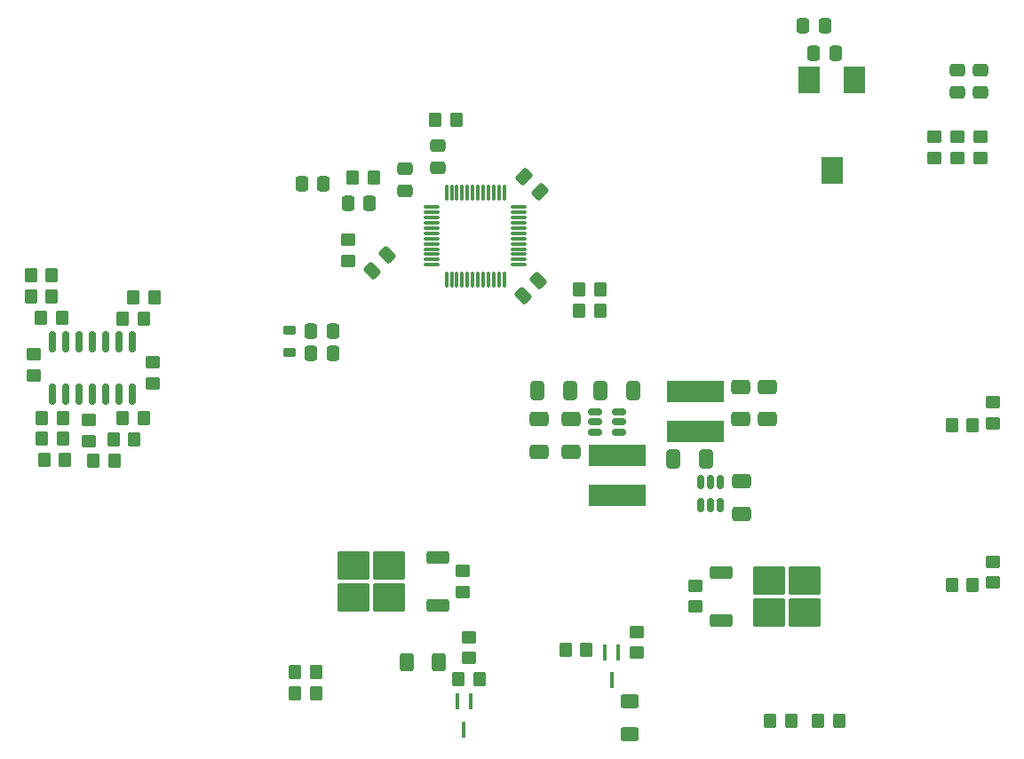
<source format=gbr>
%TF.GenerationSoftware,KiCad,Pcbnew,7.0.6*%
%TF.CreationDate,2023-08-14T13:22:57+02:00*%
%TF.ProjectId,forrasztos,666f7272-6173-47a7-946f-732e6b696361,rev?*%
%TF.SameCoordinates,Original*%
%TF.FileFunction,Paste,Top*%
%TF.FilePolarity,Positive*%
%FSLAX46Y46*%
G04 Gerber Fmt 4.6, Leading zero omitted, Abs format (unit mm)*
G04 Created by KiCad (PCBNEW 7.0.6) date 2023-08-14 13:22:57*
%MOMM*%
%LPD*%
G01*
G04 APERTURE LIST*
G04 Aperture macros list*
%AMRoundRect*
0 Rectangle with rounded corners*
0 $1 Rounding radius*
0 $2 $3 $4 $5 $6 $7 $8 $9 X,Y pos of 4 corners*
0 Add a 4 corners polygon primitive as box body*
4,1,4,$2,$3,$4,$5,$6,$7,$8,$9,$2,$3,0*
0 Add four circle primitives for the rounded corners*
1,1,$1+$1,$2,$3*
1,1,$1+$1,$4,$5*
1,1,$1+$1,$6,$7*
1,1,$1+$1,$8,$9*
0 Add four rect primitives between the rounded corners*
20,1,$1+$1,$2,$3,$4,$5,0*
20,1,$1+$1,$4,$5,$6,$7,0*
20,1,$1+$1,$6,$7,$8,$9,0*
20,1,$1+$1,$8,$9,$2,$3,0*%
G04 Aperture macros list end*
%ADD10RoundRect,0.250000X0.400000X0.625000X-0.400000X0.625000X-0.400000X-0.625000X0.400000X-0.625000X0*%
%ADD11RoundRect,0.250000X0.450000X-0.350000X0.450000X0.350000X-0.450000X0.350000X-0.450000X-0.350000X0*%
%ADD12RoundRect,0.150000X0.150000X-0.512500X0.150000X0.512500X-0.150000X0.512500X-0.150000X-0.512500X0*%
%ADD13RoundRect,0.250000X-0.337500X-0.475000X0.337500X-0.475000X0.337500X0.475000X-0.337500X0.475000X0*%
%ADD14R,0.450000X1.500000*%
%ADD15RoundRect,0.250000X0.475000X-0.337500X0.475000X0.337500X-0.475000X0.337500X-0.475000X-0.337500X0*%
%ADD16RoundRect,0.250000X-0.350000X-0.450000X0.350000X-0.450000X0.350000X0.450000X-0.350000X0.450000X0*%
%ADD17RoundRect,0.150000X-0.150000X0.825000X-0.150000X-0.825000X0.150000X-0.825000X0.150000X0.825000X0*%
%ADD18RoundRect,0.150000X0.512500X0.150000X-0.512500X0.150000X-0.512500X-0.150000X0.512500X-0.150000X0*%
%ADD19RoundRect,0.250000X-0.574524X-0.097227X-0.097227X-0.574524X0.574524X0.097227X0.097227X0.574524X0*%
%ADD20RoundRect,0.250000X-1.275000X-1.125000X1.275000X-1.125000X1.275000X1.125000X-1.275000X1.125000X0*%
%ADD21RoundRect,0.250000X-0.850000X-0.350000X0.850000X-0.350000X0.850000X0.350000X-0.850000X0.350000X0*%
%ADD22R,5.500000X2.150000*%
%ADD23RoundRect,0.250000X-0.450000X0.350000X-0.450000X-0.350000X0.450000X-0.350000X0.450000X0.350000X0*%
%ADD24RoundRect,0.250000X0.650000X-0.412500X0.650000X0.412500X-0.650000X0.412500X-0.650000X-0.412500X0*%
%ADD25RoundRect,0.075000X-0.662500X-0.075000X0.662500X-0.075000X0.662500X0.075000X-0.662500X0.075000X0*%
%ADD26RoundRect,0.075000X-0.075000X-0.662500X0.075000X-0.662500X0.075000X0.662500X-0.075000X0.662500X0*%
%ADD27RoundRect,0.250000X0.350000X0.450000X-0.350000X0.450000X-0.350000X-0.450000X0.350000X-0.450000X0*%
%ADD28RoundRect,0.250000X-0.097227X0.574524X-0.574524X0.097227X0.097227X-0.574524X0.574524X-0.097227X0*%
%ADD29RoundRect,0.218750X-0.381250X0.218750X-0.381250X-0.218750X0.381250X-0.218750X0.381250X0.218750X0*%
%ADD30RoundRect,0.250000X-0.412500X-0.650000X0.412500X-0.650000X0.412500X0.650000X-0.412500X0.650000X0*%
%ADD31RoundRect,0.250000X0.412500X0.650000X-0.412500X0.650000X-0.412500X-0.650000X0.412500X-0.650000X0*%
%ADD32RoundRect,0.250000X0.625000X-0.400000X0.625000X0.400000X-0.625000X0.400000X-0.625000X-0.400000X0*%
%ADD33R,2.000000X2.500000*%
%ADD34RoundRect,0.250000X-0.650000X0.412500X-0.650000X-0.412500X0.650000X-0.412500X0.650000X0.412500X0*%
%ADD35RoundRect,0.250000X1.275000X1.125000X-1.275000X1.125000X-1.275000X-1.125000X1.275000X-1.125000X0*%
%ADD36RoundRect,0.250000X0.850000X0.350000X-0.850000X0.350000X-0.850000X-0.350000X0.850000X-0.350000X0*%
G04 APERTURE END LIST*
D10*
%TO.C,R9*%
X137650000Y-125400000D03*
X134550000Y-125400000D03*
%TD*%
D11*
%TO.C,R11*%
X190440000Y-117800000D03*
X190440000Y-115800000D03*
%TD*%
D12*
%TO.C,U1*%
X162562499Y-110450000D03*
X163512499Y-110450000D03*
X164462499Y-110450000D03*
X164462499Y-108175000D03*
X163512499Y-108175000D03*
X162562499Y-108175000D03*
%TD*%
D11*
%TO.C,R1*%
X184850000Y-77300000D03*
X184850000Y-75300000D03*
%TD*%
D13*
%TO.C,C7*%
X173362500Y-67300000D03*
X175437500Y-67300000D03*
%TD*%
D14*
%TO.C,Q2*%
X140650000Y-129140000D03*
X139350000Y-129140000D03*
X140000000Y-131800000D03*
%TD*%
D15*
%TO.C,C16*%
X134400000Y-80437500D03*
X134400000Y-78362500D03*
%TD*%
D13*
%TO.C,C12*%
X125462501Y-93800000D03*
X127537501Y-93800000D03*
%TD*%
%TO.C,C11*%
X125462500Y-95900001D03*
X127537500Y-95900001D03*
%TD*%
D11*
%TO.C,R4*%
X129000000Y-87100000D03*
X129000000Y-85100000D03*
%TD*%
D16*
%TO.C,R20*%
X129400000Y-79200000D03*
X131400000Y-79200000D03*
%TD*%
%TO.C,R29*%
X106585000Y-104185000D03*
X108585000Y-104185000D03*
%TD*%
D11*
%TO.C,R3*%
X187050000Y-77300000D03*
X187050000Y-75300000D03*
%TD*%
D17*
%TO.C,U2*%
X108435000Y-94865000D03*
X107165000Y-94865000D03*
X105895000Y-94865000D03*
X104625000Y-94865000D03*
X103355000Y-94865000D03*
X102085000Y-94865000D03*
X100815000Y-94865000D03*
X100815000Y-99815000D03*
X102085000Y-99815000D03*
X103355000Y-99815000D03*
X104625000Y-99815000D03*
X105895000Y-99815000D03*
X107165000Y-99815000D03*
X108435000Y-99815000D03*
%TD*%
D13*
%TO.C,C8*%
X172362500Y-64700000D03*
X174437500Y-64700000D03*
%TD*%
D18*
%TO.C,U3*%
X154787500Y-103425000D03*
X154787500Y-102475000D03*
X154787500Y-101525000D03*
X152512500Y-101525000D03*
X152512500Y-102475000D03*
X152512500Y-103425000D03*
%TD*%
D19*
%TO.C,C14*%
X145766377Y-79066377D03*
X147233623Y-80533623D03*
%TD*%
D16*
%TO.C,R8*%
X139500000Y-127000000D03*
X141500000Y-127000000D03*
%TD*%
D20*
%TO.C,Q3*%
X169125000Y-117575000D03*
X169125000Y-120625000D03*
X172475000Y-117575000D03*
X172475000Y-120625000D03*
D21*
X164500000Y-116820000D03*
X164500000Y-121380000D03*
%TD*%
D22*
%TO.C,L2*%
X154612500Y-105650000D03*
X154612500Y-109500000D03*
%TD*%
D23*
%TO.C,R5*%
X139900000Y-116700000D03*
X139900000Y-118700000D03*
%TD*%
D24*
%TO.C,C21*%
X147212500Y-105337500D03*
X147212500Y-102212500D03*
%TD*%
D25*
%TO.C,U5*%
X136930500Y-81987500D03*
X136930500Y-82487500D03*
X136930500Y-82987500D03*
X136930500Y-83487500D03*
X136930500Y-83987500D03*
X136930500Y-84487500D03*
X136930500Y-84987500D03*
X136930500Y-85487500D03*
X136930500Y-85987500D03*
X136930500Y-86487500D03*
X136930500Y-86987500D03*
X136930500Y-87487500D03*
D26*
X138343000Y-88900000D03*
X138843000Y-88900000D03*
X139343000Y-88900000D03*
X139843000Y-88900000D03*
X140343000Y-88900000D03*
X140843000Y-88900000D03*
X141343000Y-88900000D03*
X141843000Y-88900000D03*
X142343000Y-88900000D03*
X142843000Y-88900000D03*
X143343000Y-88900000D03*
X143843000Y-88900000D03*
D25*
X145255500Y-87487500D03*
X145255500Y-86987500D03*
X145255500Y-86487500D03*
X145255500Y-85987500D03*
X145255500Y-85487500D03*
X145255500Y-84987500D03*
X145255500Y-84487500D03*
X145255500Y-83987500D03*
X145255500Y-83487500D03*
X145255500Y-82987500D03*
X145255500Y-82487500D03*
X145255500Y-81987500D03*
D26*
X143843000Y-80575000D03*
X143343000Y-80575000D03*
X142843000Y-80575000D03*
X142343000Y-80575000D03*
X141843000Y-80575000D03*
X141343000Y-80575000D03*
X140843000Y-80575000D03*
X140343000Y-80575000D03*
X139843000Y-80575000D03*
X139343000Y-80575000D03*
X138843000Y-80575000D03*
X138343000Y-80575000D03*
%TD*%
D15*
%TO.C,C17*%
X189250000Y-71000000D03*
X189250000Y-68925000D03*
%TD*%
D13*
%TO.C,C23*%
X124562500Y-79800000D03*
X126637500Y-79800000D03*
%TD*%
D27*
%TO.C,R34*%
X106685000Y-106185000D03*
X104685000Y-106185000D03*
%TD*%
D16*
%TO.C,R12*%
X123900000Y-126300000D03*
X125900000Y-126300000D03*
%TD*%
D28*
%TO.C,C13*%
X147133623Y-88966377D03*
X145666377Y-90433623D03*
%TD*%
D29*
%TO.C,FB2*%
X123400000Y-93737500D03*
X123400000Y-95862500D03*
%TD*%
D16*
%TO.C,R15*%
X98715000Y-88515000D03*
X100715000Y-88515000D03*
%TD*%
%TO.C,R18*%
X108522107Y-90615000D03*
X110522107Y-90615000D03*
%TD*%
D27*
%TO.C,R38*%
X171200000Y-131000000D03*
X169200000Y-131000000D03*
%TD*%
D16*
%TO.C,R33*%
X107485000Y-102085000D03*
X109485000Y-102085000D03*
%TD*%
D23*
%TO.C,R32*%
X99015000Y-96015000D03*
X99015000Y-98015000D03*
%TD*%
D16*
%TO.C,R7*%
X151000000Y-91900000D03*
X153000000Y-91900000D03*
%TD*%
D30*
%TO.C,C20*%
X147000000Y-99475000D03*
X150125000Y-99475000D03*
%TD*%
D11*
%TO.C,R13*%
X140500000Y-125000000D03*
X140500000Y-123000000D03*
%TD*%
D15*
%TO.C,C15*%
X137500000Y-78200000D03*
X137500000Y-76125000D03*
%TD*%
D27*
%TO.C,R19*%
X101985000Y-106085000D03*
X99985000Y-106085000D03*
%TD*%
D31*
%TO.C,C19*%
X156125000Y-99475000D03*
X153000000Y-99475000D03*
%TD*%
D24*
%TO.C,C10*%
X150212500Y-105337500D03*
X150212500Y-102212500D03*
%TD*%
%TO.C,C2*%
X166500000Y-111237500D03*
X166500000Y-108112500D03*
%TD*%
D11*
%TO.C,R16*%
X104285000Y-104285000D03*
X104285000Y-102285000D03*
%TD*%
D27*
%TO.C,R25*%
X101785000Y-102085000D03*
X99785000Y-102085000D03*
%TD*%
%TO.C,R28*%
X100715000Y-90515000D03*
X98715000Y-90515000D03*
%TD*%
%TO.C,R31*%
X101715000Y-92515000D03*
X99715000Y-92515000D03*
%TD*%
D32*
%TO.C,R37*%
X155800000Y-132250000D03*
X155800000Y-129150000D03*
%TD*%
D33*
%TO.C,RV1*%
X172950000Y-69875000D03*
X175100000Y-78525000D03*
X177250000Y-69875000D03*
%TD*%
D15*
%TO.C,C18*%
X187050000Y-71000000D03*
X187050000Y-68925000D03*
%TD*%
D16*
%TO.C,R22*%
X99785000Y-104085000D03*
X101785000Y-104085000D03*
%TD*%
D11*
%TO.C,R2*%
X189250000Y-77300000D03*
X189250000Y-75300000D03*
%TD*%
D23*
%TO.C,R36*%
X156500000Y-122500000D03*
X156500000Y-124500000D03*
%TD*%
D16*
%TO.C,R27*%
X137299000Y-73688500D03*
X139299000Y-73688500D03*
%TD*%
D11*
%TO.C,R35*%
X162075000Y-120075000D03*
X162075000Y-118075000D03*
%TD*%
D28*
%TO.C,C22*%
X132733623Y-86566377D03*
X131266377Y-88033623D03*
%TD*%
D30*
%TO.C,C1*%
X160000000Y-105975000D03*
X163125000Y-105975000D03*
%TD*%
D16*
%TO.C,R6*%
X151000000Y-89800000D03*
X153000000Y-89800000D03*
%TD*%
D13*
%TO.C,C9*%
X128962500Y-81600000D03*
X131037500Y-81600000D03*
%TD*%
D11*
%TO.C,R26*%
X190440000Y-102600000D03*
X190440000Y-100600000D03*
%TD*%
D34*
%TO.C,C4*%
X168900000Y-99112500D03*
X168900000Y-102237500D03*
%TD*%
D27*
%TO.C,R17*%
X125900000Y-128400000D03*
X123900000Y-128400000D03*
%TD*%
D22*
%TO.C,L1*%
X162100000Y-103400000D03*
X162100000Y-99550000D03*
%TD*%
D27*
%TO.C,R39*%
X151700000Y-124200000D03*
X149700000Y-124200000D03*
%TD*%
D34*
%TO.C,C3*%
X166400000Y-99112500D03*
X166400000Y-102237500D03*
%TD*%
D16*
%TO.C,R10*%
X186540000Y-102800000D03*
X188540000Y-102800000D03*
%TD*%
%TO.C,R24*%
X186540000Y-118000000D03*
X188540000Y-118000000D03*
%TD*%
D14*
%TO.C,Q4*%
X154750000Y-124470000D03*
X153450000Y-124470000D03*
X154100000Y-127130000D03*
%TD*%
D11*
%TO.C,R21*%
X110315000Y-98815000D03*
X110315000Y-96815000D03*
%TD*%
D16*
%TO.C,R23*%
X107515000Y-92615000D03*
X109515000Y-92615000D03*
%TD*%
%TO.C,R41*%
X173800000Y-131000000D03*
X175800000Y-131000000D03*
%TD*%
D35*
%TO.C,Q1*%
X132875000Y-119225000D03*
X132875000Y-116175000D03*
X129525000Y-119225000D03*
X129525000Y-116175000D03*
D36*
X137500000Y-119980000D03*
X137500000Y-115420000D03*
%TD*%
M02*

</source>
